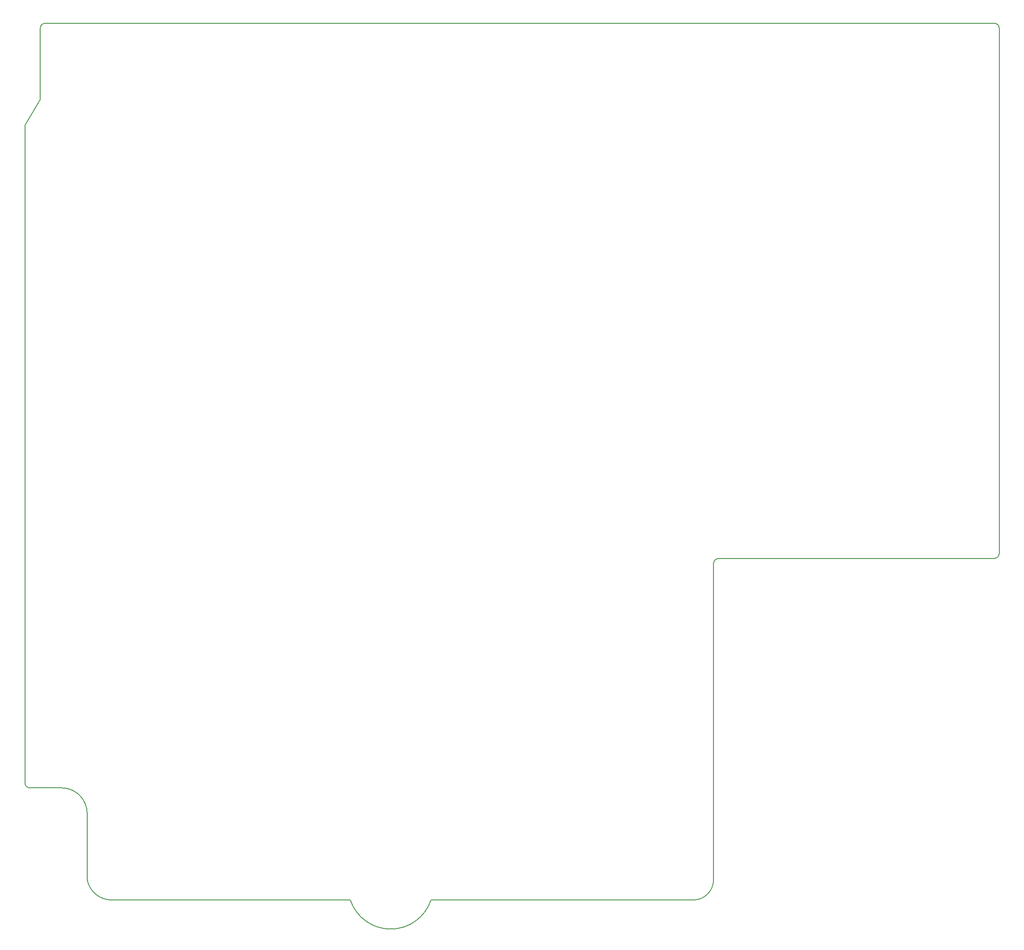
<source format=gm1>
G04 #@! TF.GenerationSoftware,KiCad,Pcbnew,8.0.3*
G04 #@! TF.CreationDate,2024-08-06T18:59:45+01:00*
G04 #@! TF.ProjectId,Tesla Small Drive,5465736c-6120-4536-9d61-6c6c20447269,rev?*
G04 #@! TF.SameCoordinates,Original*
G04 #@! TF.FileFunction,Profile,NP*
%FSLAX46Y46*%
G04 Gerber Fmt 4.6, Leading zero omitted, Abs format (unit mm)*
G04 Created by KiCad (PCBNEW 8.0.3) date 2024-08-06 18:59:45*
%MOMM*%
%LPD*%
G01*
G04 APERTURE LIST*
G04 #@! TA.AperFunction,Profile*
%ADD10C,0.200000*%
G04 #@! TD*
G04 APERTURE END LIST*
D10*
X55200001Y-179000000D02*
X55200001Y-192000000D01*
X46000000Y-25000000D02*
G75*
G02*
X47000000Y-24000000I1000000J0D01*
G01*
X178000000Y-192000000D02*
G75*
G02*
X174000000Y-196000000I-4000000J0D01*
G01*
X122603461Y-196004043D02*
X174000000Y-195999558D01*
X43000000Y-172990402D02*
X43000000Y-44000000D01*
X234000000Y-128000000D02*
G75*
G02*
X233000000Y-129000000I-1000000J0D01*
G01*
X43999950Y-174003541D02*
X50149858Y-173999895D01*
X122603461Y-196004043D02*
G75*
G02*
X106794570Y-196006773I-7904901J2637263D01*
G01*
X43999950Y-174003541D02*
G75*
G02*
X42993934Y-172990402I7150J1013141D01*
G01*
X233000000Y-24000000D02*
G75*
G02*
X234000000Y-25000000I0J-1000000D01*
G01*
X233000000Y-24000000D02*
X47000000Y-24000000D01*
X60000000Y-195995616D02*
G75*
G02*
X55200042Y-191999992I0J4880916D01*
G01*
X179000000Y-129000000D02*
X233000000Y-129000000D01*
X46000000Y-39000000D02*
X43000000Y-44000000D01*
X234000000Y-128000000D02*
X234000000Y-25000000D01*
X50149858Y-173999895D02*
G75*
G02*
X55200048Y-179000000I39342J-5010705D01*
G01*
X46000000Y-25000000D02*
X46000000Y-39000000D01*
X178000000Y-130000000D02*
G75*
G02*
X179000000Y-129000000I1000000J0D01*
G01*
X60000000Y-196000000D02*
X106794572Y-196006772D01*
X178000000Y-192000000D02*
X178000000Y-130000000D01*
M02*

</source>
